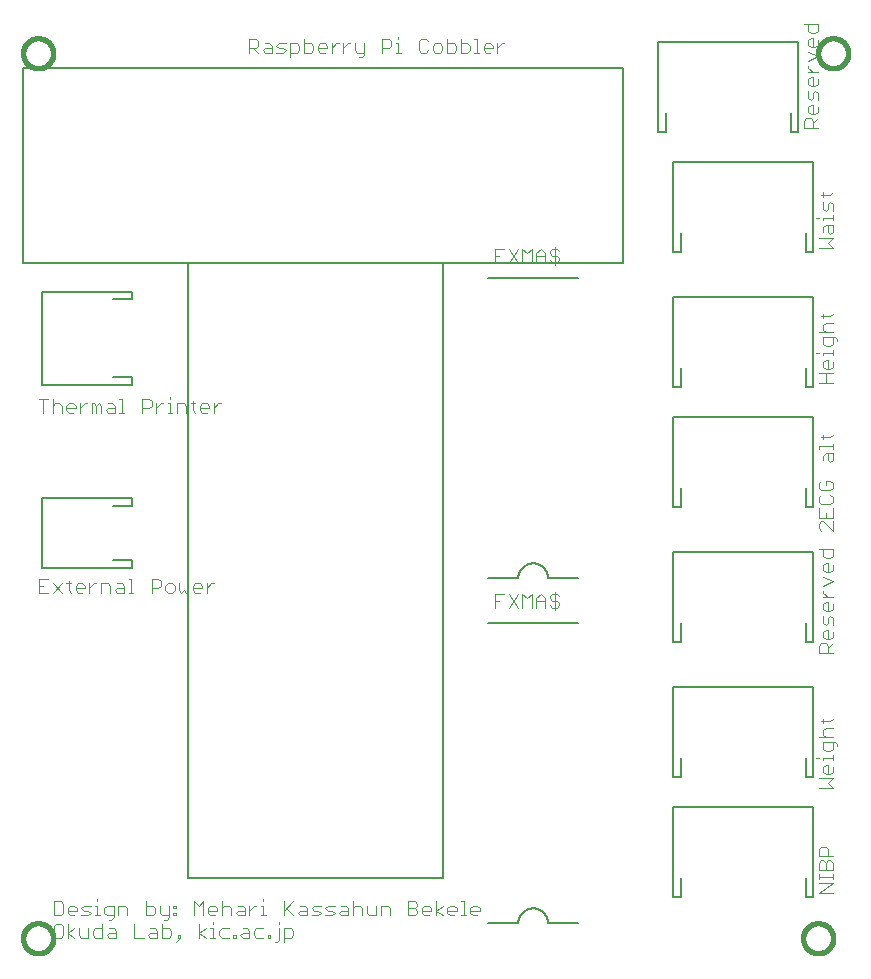
<source format=gto>
G75*
%MOIN*%
%OFA0B0*%
%FSLAX25Y25*%
%IPPOS*%
%LPD*%
%AMOC8*
5,1,8,0,0,1.08239X$1,22.5*
%
%ADD10C,0.00400*%
%ADD11C,0.01600*%
%ADD12C,0.00500*%
%ADD13C,0.00800*%
D10*
X0016200Y0011967D02*
X0016967Y0011200D01*
X0018502Y0011200D01*
X0019269Y0011967D01*
X0019269Y0015037D01*
X0018502Y0015804D01*
X0016967Y0015804D01*
X0016200Y0015037D01*
X0016200Y0011967D01*
X0020804Y0011200D02*
X0020804Y0015804D01*
X0023106Y0014269D02*
X0020804Y0012735D01*
X0023106Y0011200D01*
X0024641Y0011967D02*
X0025408Y0011200D01*
X0027710Y0011200D01*
X0027710Y0014269D01*
X0029244Y0013502D02*
X0029244Y0011967D01*
X0030012Y0011200D01*
X0032314Y0011200D01*
X0032314Y0015804D01*
X0032314Y0014269D02*
X0030012Y0014269D01*
X0029244Y0013502D01*
X0033848Y0011967D02*
X0034616Y0012735D01*
X0036918Y0012735D01*
X0036918Y0013502D02*
X0036918Y0011200D01*
X0034616Y0011200D01*
X0033848Y0011967D01*
X0034616Y0014269D02*
X0036150Y0014269D01*
X0036918Y0013502D01*
X0035383Y0017165D02*
X0036150Y0017933D01*
X0036150Y0021769D01*
X0033848Y0021769D01*
X0033081Y0021002D01*
X0033081Y0019467D01*
X0033848Y0018700D01*
X0036150Y0018700D01*
X0037685Y0018700D02*
X0037685Y0021769D01*
X0039987Y0021769D01*
X0040754Y0021002D01*
X0040754Y0018700D01*
X0043056Y0015804D02*
X0043056Y0011200D01*
X0046126Y0011200D01*
X0047660Y0011967D02*
X0048427Y0012735D01*
X0050729Y0012735D01*
X0050729Y0013502D02*
X0050729Y0011200D01*
X0048427Y0011200D01*
X0047660Y0011967D01*
X0048427Y0014269D02*
X0049962Y0014269D01*
X0050729Y0013502D01*
X0052264Y0014269D02*
X0054566Y0014269D01*
X0055333Y0013502D01*
X0055333Y0011967D01*
X0054566Y0011200D01*
X0052264Y0011200D01*
X0052264Y0015804D01*
X0053031Y0017165D02*
X0053799Y0017165D01*
X0054566Y0017933D01*
X0054566Y0021769D01*
X0056101Y0021769D02*
X0056101Y0021002D01*
X0056868Y0021002D01*
X0056868Y0021769D01*
X0056101Y0021769D01*
X0056101Y0019467D02*
X0056101Y0018700D01*
X0056868Y0018700D01*
X0056868Y0019467D01*
X0056101Y0019467D01*
X0054566Y0018700D02*
X0052264Y0018700D01*
X0051497Y0019467D01*
X0051497Y0021769D01*
X0049962Y0021002D02*
X0049195Y0021769D01*
X0046893Y0021769D01*
X0046893Y0023304D02*
X0046893Y0018700D01*
X0049195Y0018700D01*
X0049962Y0019467D01*
X0049962Y0021002D01*
X0057635Y0011967D02*
X0057635Y0011200D01*
X0058403Y0011200D01*
X0058403Y0011967D01*
X0057635Y0011967D01*
X0058403Y0011200D02*
X0056868Y0009665D01*
X0064541Y0011200D02*
X0064541Y0015804D01*
X0066843Y0014269D02*
X0064541Y0012735D01*
X0066843Y0011200D01*
X0068378Y0011200D02*
X0069912Y0011200D01*
X0069145Y0011200D02*
X0069145Y0014269D01*
X0068378Y0014269D01*
X0069145Y0015804D02*
X0069145Y0016571D01*
X0069912Y0018700D02*
X0068378Y0018700D01*
X0067610Y0019467D01*
X0067610Y0021002D01*
X0068378Y0021769D01*
X0069912Y0021769D01*
X0070680Y0021002D01*
X0070680Y0020235D01*
X0067610Y0020235D01*
X0066076Y0018700D02*
X0066076Y0023304D01*
X0064541Y0021769D01*
X0063007Y0023304D01*
X0063007Y0018700D01*
X0072214Y0018700D02*
X0072214Y0023304D01*
X0072982Y0021769D02*
X0074516Y0021769D01*
X0075284Y0021002D01*
X0075284Y0018700D01*
X0076818Y0019467D02*
X0077586Y0020235D01*
X0079888Y0020235D01*
X0079888Y0021002D02*
X0079888Y0018700D01*
X0077586Y0018700D01*
X0076818Y0019467D01*
X0077586Y0021769D02*
X0079120Y0021769D01*
X0079888Y0021002D01*
X0081422Y0021769D02*
X0081422Y0018700D01*
X0081422Y0020235D02*
X0082957Y0021769D01*
X0083724Y0021769D01*
X0085259Y0021769D02*
X0086026Y0021769D01*
X0086026Y0018700D01*
X0085259Y0018700D02*
X0086793Y0018700D01*
X0086026Y0014269D02*
X0083724Y0014269D01*
X0082957Y0013502D01*
X0082957Y0011967D01*
X0083724Y0011200D01*
X0086026Y0011200D01*
X0087561Y0011200D02*
X0088328Y0011200D01*
X0088328Y0011967D01*
X0087561Y0011967D01*
X0087561Y0011200D01*
X0089863Y0009665D02*
X0090630Y0009665D01*
X0091397Y0010433D01*
X0091397Y0014269D01*
X0091397Y0015804D02*
X0091397Y0016571D01*
X0092932Y0018700D02*
X0092932Y0023304D01*
X0093699Y0021002D02*
X0096001Y0018700D01*
X0097536Y0019467D02*
X0098303Y0020235D01*
X0100605Y0020235D01*
X0100605Y0021002D02*
X0100605Y0018700D01*
X0098303Y0018700D01*
X0097536Y0019467D01*
X0098303Y0021769D02*
X0099838Y0021769D01*
X0100605Y0021002D01*
X0102140Y0021002D02*
X0102907Y0021769D01*
X0105209Y0021769D01*
X0104442Y0020235D02*
X0102907Y0020235D01*
X0102140Y0021002D01*
X0102140Y0018700D02*
X0104442Y0018700D01*
X0105209Y0019467D01*
X0104442Y0020235D01*
X0106744Y0021002D02*
X0107511Y0021769D01*
X0109813Y0021769D01*
X0109046Y0020235D02*
X0107511Y0020235D01*
X0106744Y0021002D01*
X0106744Y0018700D02*
X0109046Y0018700D01*
X0109813Y0019467D01*
X0109046Y0020235D01*
X0111348Y0019467D02*
X0112115Y0020235D01*
X0114417Y0020235D01*
X0114417Y0021002D02*
X0114417Y0018700D01*
X0112115Y0018700D01*
X0111348Y0019467D01*
X0112115Y0021769D02*
X0113650Y0021769D01*
X0114417Y0021002D01*
X0115952Y0021002D02*
X0116719Y0021769D01*
X0118254Y0021769D01*
X0119021Y0021002D01*
X0119021Y0018700D01*
X0120556Y0019467D02*
X0121323Y0018700D01*
X0123625Y0018700D01*
X0123625Y0021769D01*
X0125160Y0021769D02*
X0127461Y0021769D01*
X0128229Y0021002D01*
X0128229Y0018700D01*
X0125160Y0018700D02*
X0125160Y0021769D01*
X0120556Y0021769D02*
X0120556Y0019467D01*
X0115952Y0018700D02*
X0115952Y0023304D01*
X0134367Y0023304D02*
X0134367Y0018700D01*
X0136669Y0018700D01*
X0137437Y0019467D01*
X0137437Y0020235D01*
X0136669Y0021002D01*
X0134367Y0021002D01*
X0134367Y0023304D02*
X0136669Y0023304D01*
X0137437Y0022537D01*
X0137437Y0021769D01*
X0136669Y0021002D01*
X0138971Y0021002D02*
X0139739Y0021769D01*
X0141273Y0021769D01*
X0142041Y0021002D01*
X0142041Y0020235D01*
X0138971Y0020235D01*
X0138971Y0021002D02*
X0138971Y0019467D01*
X0139739Y0018700D01*
X0141273Y0018700D01*
X0143575Y0018700D02*
X0143575Y0023304D01*
X0145877Y0021769D02*
X0143575Y0020235D01*
X0145877Y0018700D01*
X0147412Y0019467D02*
X0148179Y0018700D01*
X0149714Y0018700D01*
X0150481Y0020235D02*
X0147412Y0020235D01*
X0147412Y0021002D02*
X0148179Y0021769D01*
X0149714Y0021769D01*
X0150481Y0021002D01*
X0150481Y0020235D01*
X0152016Y0018700D02*
X0153550Y0018700D01*
X0152783Y0018700D02*
X0152783Y0023304D01*
X0152016Y0023304D01*
X0155085Y0021002D02*
X0155852Y0021769D01*
X0157387Y0021769D01*
X0158154Y0021002D01*
X0158154Y0020235D01*
X0155085Y0020235D01*
X0155085Y0021002D02*
X0155085Y0019467D01*
X0155852Y0018700D01*
X0157387Y0018700D01*
X0147412Y0019467D02*
X0147412Y0021002D01*
X0096001Y0023304D02*
X0092932Y0020235D01*
X0092932Y0014269D02*
X0095234Y0014269D01*
X0096001Y0013502D01*
X0096001Y0011967D01*
X0095234Y0011200D01*
X0092932Y0011200D01*
X0092932Y0009665D02*
X0092932Y0014269D01*
X0086026Y0023304D02*
X0086026Y0024071D01*
X0080655Y0014269D02*
X0079120Y0014269D01*
X0079120Y0012735D02*
X0081422Y0012735D01*
X0081422Y0013502D02*
X0081422Y0011200D01*
X0079120Y0011200D01*
X0078353Y0011967D01*
X0079120Y0012735D01*
X0080655Y0014269D02*
X0081422Y0013502D01*
X0076818Y0011967D02*
X0076818Y0011200D01*
X0076051Y0011200D01*
X0076051Y0011967D01*
X0076818Y0011967D01*
X0074516Y0011200D02*
X0072214Y0011200D01*
X0071447Y0011967D01*
X0071447Y0013502D01*
X0072214Y0014269D01*
X0074516Y0014269D01*
X0072214Y0021002D02*
X0072982Y0021769D01*
X0035383Y0017165D02*
X0034616Y0017165D01*
X0031546Y0018700D02*
X0030012Y0018700D01*
X0030779Y0018700D02*
X0030779Y0021769D01*
X0030012Y0021769D01*
X0028477Y0021769D02*
X0026175Y0021769D01*
X0025408Y0021002D01*
X0026175Y0020235D01*
X0027710Y0020235D01*
X0028477Y0019467D01*
X0027710Y0018700D01*
X0025408Y0018700D01*
X0023873Y0020235D02*
X0020804Y0020235D01*
X0020804Y0021002D02*
X0021571Y0021769D01*
X0023106Y0021769D01*
X0023873Y0021002D01*
X0023873Y0020235D01*
X0023106Y0018700D02*
X0021571Y0018700D01*
X0020804Y0019467D01*
X0020804Y0021002D01*
X0019269Y0022537D02*
X0018502Y0023304D01*
X0016200Y0023304D01*
X0016200Y0018700D01*
X0018502Y0018700D01*
X0019269Y0019467D01*
X0019269Y0022537D01*
X0024641Y0014269D02*
X0024641Y0011967D01*
X0030779Y0023304D02*
X0030779Y0024071D01*
X0031918Y0126200D02*
X0031918Y0129269D01*
X0034220Y0129269D01*
X0034987Y0128502D01*
X0034987Y0126200D01*
X0036522Y0126967D02*
X0037289Y0127735D01*
X0039591Y0127735D01*
X0039591Y0128502D02*
X0039591Y0126200D01*
X0037289Y0126200D01*
X0036522Y0126967D01*
X0037289Y0129269D02*
X0038824Y0129269D01*
X0039591Y0128502D01*
X0041126Y0130804D02*
X0041893Y0130804D01*
X0041893Y0126200D01*
X0041126Y0126200D02*
X0042660Y0126200D01*
X0048799Y0126200D02*
X0048799Y0130804D01*
X0051101Y0130804D01*
X0051868Y0130037D01*
X0051868Y0128502D01*
X0051101Y0127735D01*
X0048799Y0127735D01*
X0053403Y0128502D02*
X0053403Y0126967D01*
X0054170Y0126200D01*
X0055705Y0126200D01*
X0056472Y0126967D01*
X0056472Y0128502D01*
X0055705Y0129269D01*
X0054170Y0129269D01*
X0053403Y0128502D01*
X0058007Y0129269D02*
X0058007Y0126967D01*
X0058774Y0126200D01*
X0059541Y0126967D01*
X0060309Y0126200D01*
X0061076Y0126967D01*
X0061076Y0129269D01*
X0062610Y0128502D02*
X0063378Y0129269D01*
X0064912Y0129269D01*
X0065680Y0128502D01*
X0065680Y0127735D01*
X0062610Y0127735D01*
X0062610Y0128502D02*
X0062610Y0126967D01*
X0063378Y0126200D01*
X0064912Y0126200D01*
X0067214Y0126200D02*
X0067214Y0129269D01*
X0067214Y0127735D02*
X0068749Y0129269D01*
X0069516Y0129269D01*
X0030383Y0129269D02*
X0029616Y0129269D01*
X0028081Y0127735D01*
X0028081Y0129269D02*
X0028081Y0126200D01*
X0026546Y0127735D02*
X0023477Y0127735D01*
X0023477Y0128502D02*
X0023477Y0126967D01*
X0024244Y0126200D01*
X0025779Y0126200D01*
X0026546Y0127735D02*
X0026546Y0128502D01*
X0025779Y0129269D01*
X0024244Y0129269D01*
X0023477Y0128502D01*
X0021942Y0129269D02*
X0020408Y0129269D01*
X0021175Y0130037D02*
X0021175Y0126967D01*
X0021942Y0126200D01*
X0018873Y0126200D02*
X0015804Y0129269D01*
X0014269Y0130804D02*
X0011200Y0130804D01*
X0011200Y0126200D01*
X0014269Y0126200D01*
X0015804Y0126200D02*
X0018873Y0129269D01*
X0012735Y0128502D02*
X0011200Y0128502D01*
X0012735Y0186200D02*
X0012735Y0190804D01*
X0014269Y0190804D02*
X0011200Y0190804D01*
X0015804Y0190804D02*
X0015804Y0186200D01*
X0015804Y0188502D02*
X0016571Y0189269D01*
X0018106Y0189269D01*
X0018873Y0188502D01*
X0018873Y0186200D01*
X0020408Y0186967D02*
X0020408Y0188502D01*
X0021175Y0189269D01*
X0022710Y0189269D01*
X0023477Y0188502D01*
X0023477Y0187735D01*
X0020408Y0187735D01*
X0020408Y0186967D02*
X0021175Y0186200D01*
X0022710Y0186200D01*
X0025012Y0186200D02*
X0025012Y0189269D01*
X0025012Y0187735D02*
X0026546Y0189269D01*
X0027314Y0189269D01*
X0028848Y0189269D02*
X0028848Y0186200D01*
X0030383Y0186200D02*
X0030383Y0188502D01*
X0031150Y0189269D01*
X0031918Y0188502D01*
X0031918Y0186200D01*
X0033452Y0186967D02*
X0034220Y0187735D01*
X0036522Y0187735D01*
X0036522Y0188502D02*
X0036522Y0186200D01*
X0034220Y0186200D01*
X0033452Y0186967D01*
X0034220Y0189269D02*
X0035754Y0189269D01*
X0036522Y0188502D01*
X0038056Y0190804D02*
X0038824Y0190804D01*
X0038824Y0186200D01*
X0039591Y0186200D02*
X0038056Y0186200D01*
X0045729Y0186200D02*
X0045729Y0190804D01*
X0048031Y0190804D01*
X0048799Y0190037D01*
X0048799Y0188502D01*
X0048031Y0187735D01*
X0045729Y0187735D01*
X0050333Y0187735D02*
X0051868Y0189269D01*
X0052635Y0189269D01*
X0054170Y0189269D02*
X0054937Y0189269D01*
X0054937Y0186200D01*
X0054170Y0186200D02*
X0055705Y0186200D01*
X0057239Y0186200D02*
X0057239Y0189269D01*
X0059541Y0189269D01*
X0060309Y0188502D01*
X0060309Y0186200D01*
X0062610Y0186967D02*
X0063378Y0186200D01*
X0062610Y0186967D02*
X0062610Y0190037D01*
X0061843Y0189269D02*
X0063378Y0189269D01*
X0064912Y0188502D02*
X0065680Y0189269D01*
X0067214Y0189269D01*
X0067982Y0188502D01*
X0067982Y0187735D01*
X0064912Y0187735D01*
X0064912Y0188502D02*
X0064912Y0186967D01*
X0065680Y0186200D01*
X0067214Y0186200D01*
X0069516Y0186200D02*
X0069516Y0189269D01*
X0069516Y0187735D02*
X0071051Y0189269D01*
X0071818Y0189269D01*
X0054937Y0190804D02*
X0054937Y0191571D01*
X0050333Y0189269D02*
X0050333Y0186200D01*
X0030383Y0188502D02*
X0029616Y0189269D01*
X0028848Y0189269D01*
X0081200Y0306200D02*
X0081200Y0310804D01*
X0083502Y0310804D01*
X0084269Y0310037D01*
X0084269Y0308502D01*
X0083502Y0307735D01*
X0081200Y0307735D01*
X0082735Y0307735D02*
X0084269Y0306200D01*
X0085804Y0306967D02*
X0086571Y0307735D01*
X0088873Y0307735D01*
X0088873Y0308502D02*
X0088873Y0306200D01*
X0086571Y0306200D01*
X0085804Y0306967D01*
X0086571Y0309269D02*
X0088106Y0309269D01*
X0088873Y0308502D01*
X0090408Y0308502D02*
X0091175Y0309269D01*
X0093477Y0309269D01*
X0095012Y0309269D02*
X0095012Y0304665D01*
X0095012Y0306200D02*
X0097314Y0306200D01*
X0098081Y0306967D01*
X0098081Y0308502D01*
X0097314Y0309269D01*
X0095012Y0309269D01*
X0093477Y0306967D02*
X0092710Y0306200D01*
X0090408Y0306200D01*
X0091175Y0307735D02*
X0090408Y0308502D01*
X0091175Y0307735D02*
X0092710Y0307735D01*
X0093477Y0306967D01*
X0099616Y0306200D02*
X0101918Y0306200D01*
X0102685Y0306967D01*
X0102685Y0308502D01*
X0101918Y0309269D01*
X0099616Y0309269D01*
X0099616Y0310804D02*
X0099616Y0306200D01*
X0104220Y0306967D02*
X0104987Y0306200D01*
X0106522Y0306200D01*
X0107289Y0307735D02*
X0104220Y0307735D01*
X0104220Y0308502D02*
X0104987Y0309269D01*
X0106522Y0309269D01*
X0107289Y0308502D01*
X0107289Y0307735D01*
X0108824Y0307735D02*
X0110358Y0309269D01*
X0111126Y0309269D01*
X0112660Y0309269D02*
X0112660Y0306200D01*
X0112660Y0307735D02*
X0114195Y0309269D01*
X0114962Y0309269D01*
X0116497Y0309269D02*
X0116497Y0306967D01*
X0117264Y0306200D01*
X0119566Y0306200D01*
X0119566Y0305433D02*
X0118799Y0304665D01*
X0118031Y0304665D01*
X0119566Y0305433D02*
X0119566Y0309269D01*
X0125705Y0307735D02*
X0128007Y0307735D01*
X0128774Y0308502D01*
X0128774Y0310037D01*
X0128007Y0310804D01*
X0125705Y0310804D01*
X0125705Y0306200D01*
X0130309Y0306200D02*
X0131843Y0306200D01*
X0131076Y0306200D02*
X0131076Y0309269D01*
X0130309Y0309269D01*
X0131076Y0310804D02*
X0131076Y0311571D01*
X0137982Y0310037D02*
X0137982Y0306967D01*
X0138749Y0306200D01*
X0140284Y0306200D01*
X0141051Y0306967D01*
X0142586Y0306967D02*
X0143353Y0306200D01*
X0144888Y0306200D01*
X0145655Y0306967D01*
X0145655Y0308502D01*
X0144888Y0309269D01*
X0143353Y0309269D01*
X0142586Y0308502D01*
X0142586Y0306967D01*
X0141051Y0310037D02*
X0140284Y0310804D01*
X0138749Y0310804D01*
X0137982Y0310037D01*
X0147190Y0310804D02*
X0147190Y0306200D01*
X0149492Y0306200D01*
X0150259Y0306967D01*
X0150259Y0308502D01*
X0149492Y0309269D01*
X0147190Y0309269D01*
X0151794Y0309269D02*
X0154095Y0309269D01*
X0154863Y0308502D01*
X0154863Y0306967D01*
X0154095Y0306200D01*
X0151794Y0306200D01*
X0151794Y0310804D01*
X0156397Y0310804D02*
X0157165Y0310804D01*
X0157165Y0306200D01*
X0157932Y0306200D02*
X0156397Y0306200D01*
X0159467Y0306967D02*
X0159467Y0308502D01*
X0160234Y0309269D01*
X0161769Y0309269D01*
X0162536Y0308502D01*
X0162536Y0307735D01*
X0159467Y0307735D01*
X0159467Y0306967D02*
X0160234Y0306200D01*
X0161769Y0306200D01*
X0164071Y0306200D02*
X0164071Y0309269D01*
X0165605Y0309269D02*
X0166373Y0309269D01*
X0165605Y0309269D02*
X0164071Y0307735D01*
X0108824Y0306200D02*
X0108824Y0309269D01*
X0104220Y0308502D02*
X0104220Y0306967D01*
X0163180Y0240804D02*
X0166250Y0240804D01*
X0167784Y0240804D02*
X0170854Y0236200D01*
X0172388Y0236200D02*
X0172388Y0240804D01*
X0173923Y0239269D01*
X0175457Y0240804D01*
X0175457Y0236200D01*
X0176992Y0236200D02*
X0176992Y0239269D01*
X0178527Y0240804D01*
X0180061Y0239269D01*
X0180061Y0236200D01*
X0181596Y0236967D02*
X0182363Y0236200D01*
X0183898Y0236200D01*
X0184665Y0236967D01*
X0184665Y0237735D01*
X0183898Y0238502D01*
X0182363Y0238502D01*
X0181596Y0239269D01*
X0181596Y0240037D01*
X0182363Y0240804D01*
X0183898Y0240804D01*
X0184665Y0240037D01*
X0183131Y0241571D02*
X0183131Y0235433D01*
X0180061Y0238502D02*
X0176992Y0238502D01*
X0170854Y0240804D02*
X0167784Y0236200D01*
X0164715Y0238502D02*
X0163180Y0238502D01*
X0163180Y0236200D02*
X0163180Y0240804D01*
X0266196Y0281200D02*
X0266196Y0283502D01*
X0266963Y0284269D01*
X0268498Y0284269D01*
X0269265Y0283502D01*
X0269265Y0281200D01*
X0269265Y0282735D02*
X0270800Y0284269D01*
X0270033Y0285804D02*
X0268498Y0285804D01*
X0267731Y0286571D01*
X0267731Y0288106D01*
X0268498Y0288873D01*
X0269265Y0288873D01*
X0269265Y0285804D01*
X0270033Y0285804D02*
X0270800Y0286571D01*
X0270800Y0288106D01*
X0270800Y0290408D02*
X0270800Y0292710D01*
X0270033Y0293477D01*
X0269265Y0292710D01*
X0269265Y0291175D01*
X0268498Y0290408D01*
X0267731Y0291175D01*
X0267731Y0293477D01*
X0268498Y0295012D02*
X0267731Y0295779D01*
X0267731Y0297314D01*
X0268498Y0298081D01*
X0269265Y0298081D01*
X0269265Y0295012D01*
X0268498Y0295012D02*
X0270033Y0295012D01*
X0270800Y0295779D01*
X0270800Y0297314D01*
X0270800Y0299616D02*
X0267731Y0299616D01*
X0267731Y0301150D02*
X0267731Y0301918D01*
X0267731Y0301150D02*
X0269265Y0299616D01*
X0267731Y0303452D02*
X0270800Y0304987D01*
X0267731Y0306522D01*
X0268498Y0308056D02*
X0267731Y0308824D01*
X0267731Y0310358D01*
X0268498Y0311126D01*
X0269265Y0311126D01*
X0269265Y0308056D01*
X0268498Y0308056D02*
X0270033Y0308056D01*
X0270800Y0308824D01*
X0270800Y0310358D01*
X0270033Y0312660D02*
X0268498Y0312660D01*
X0267731Y0313427D01*
X0267731Y0315729D01*
X0266196Y0315729D02*
X0270800Y0315729D01*
X0270800Y0313427D01*
X0270033Y0312660D01*
X0270800Y0281200D02*
X0266196Y0281200D01*
X0272731Y0259616D02*
X0272731Y0258081D01*
X0271963Y0258848D02*
X0275033Y0258848D01*
X0275800Y0259616D01*
X0275033Y0256546D02*
X0274265Y0255779D01*
X0274265Y0254244D01*
X0273498Y0253477D01*
X0272731Y0254244D01*
X0272731Y0256546D01*
X0275033Y0256546D02*
X0275800Y0255779D01*
X0275800Y0253477D01*
X0275800Y0251942D02*
X0275800Y0250408D01*
X0275800Y0251175D02*
X0272731Y0251175D01*
X0272731Y0250408D01*
X0273498Y0248873D02*
X0275800Y0248873D01*
X0275800Y0246571D01*
X0275033Y0245804D01*
X0274265Y0246571D01*
X0274265Y0248873D01*
X0273498Y0248873D02*
X0272731Y0248106D01*
X0272731Y0246571D01*
X0271196Y0244269D02*
X0275800Y0244269D01*
X0274265Y0242735D01*
X0275800Y0241200D01*
X0271196Y0241200D01*
X0271196Y0251175D02*
X0270429Y0251175D01*
X0272731Y0219220D02*
X0272731Y0217685D01*
X0271963Y0218452D02*
X0275033Y0218452D01*
X0275800Y0219220D01*
X0275800Y0216150D02*
X0273498Y0216150D01*
X0272731Y0215383D01*
X0272731Y0213848D01*
X0273498Y0213081D01*
X0272731Y0211546D02*
X0272731Y0209244D01*
X0273498Y0208477D01*
X0275033Y0208477D01*
X0275800Y0209244D01*
X0275800Y0211546D01*
X0276567Y0211546D02*
X0272731Y0211546D01*
X0271196Y0213081D02*
X0275800Y0213081D01*
X0276567Y0211546D02*
X0277335Y0210779D01*
X0277335Y0210012D01*
X0275800Y0206942D02*
X0275800Y0205408D01*
X0275800Y0206175D02*
X0272731Y0206175D01*
X0272731Y0205408D01*
X0273498Y0203873D02*
X0274265Y0203873D01*
X0274265Y0200804D01*
X0273498Y0200804D02*
X0272731Y0201571D01*
X0272731Y0203106D01*
X0273498Y0203873D01*
X0275800Y0203106D02*
X0275800Y0201571D01*
X0275033Y0200804D01*
X0273498Y0200804D01*
X0273498Y0199269D02*
X0273498Y0196200D01*
X0275800Y0196200D02*
X0271196Y0196200D01*
X0271196Y0199269D02*
X0275800Y0199269D01*
X0271196Y0206175D02*
X0270429Y0206175D01*
X0272731Y0178824D02*
X0272731Y0177289D01*
X0271963Y0178056D02*
X0275033Y0178056D01*
X0275800Y0178824D01*
X0275800Y0175754D02*
X0275800Y0174220D01*
X0275800Y0174987D02*
X0271196Y0174987D01*
X0271196Y0174220D01*
X0272731Y0171918D02*
X0273498Y0172685D01*
X0275800Y0172685D01*
X0275800Y0170383D01*
X0275033Y0169616D01*
X0274265Y0170383D01*
X0274265Y0172685D01*
X0272731Y0171918D02*
X0272731Y0170383D01*
X0273498Y0163477D02*
X0273498Y0161942D01*
X0273498Y0163477D02*
X0275033Y0163477D01*
X0275800Y0162710D01*
X0275800Y0161175D01*
X0275033Y0160408D01*
X0271963Y0160408D01*
X0271196Y0161175D01*
X0271196Y0162710D01*
X0271963Y0163477D01*
X0271963Y0158873D02*
X0271196Y0158106D01*
X0271196Y0156571D01*
X0271963Y0155804D01*
X0275033Y0155804D01*
X0275800Y0156571D01*
X0275800Y0158106D01*
X0275033Y0158873D01*
X0275800Y0154269D02*
X0275800Y0151200D01*
X0271196Y0151200D01*
X0271196Y0154269D01*
X0273498Y0152735D02*
X0273498Y0151200D01*
X0272731Y0149937D02*
X0271963Y0149937D01*
X0271196Y0149170D01*
X0271196Y0147635D01*
X0271963Y0146868D01*
X0272731Y0149937D02*
X0275800Y0146868D01*
X0275800Y0149937D01*
X0275800Y0140729D02*
X0271196Y0140729D01*
X0272731Y0140729D02*
X0272731Y0138427D01*
X0273498Y0137660D01*
X0275033Y0137660D01*
X0275800Y0138427D01*
X0275800Y0140729D01*
X0274265Y0136126D02*
X0274265Y0133056D01*
X0273498Y0133056D02*
X0272731Y0133824D01*
X0272731Y0135358D01*
X0273498Y0136126D01*
X0274265Y0136126D01*
X0275800Y0135358D02*
X0275800Y0133824D01*
X0275033Y0133056D01*
X0273498Y0133056D01*
X0272731Y0131522D02*
X0275800Y0129987D01*
X0272731Y0128452D01*
X0272731Y0126918D02*
X0272731Y0126150D01*
X0274265Y0124616D01*
X0272731Y0124616D02*
X0275800Y0124616D01*
X0274265Y0123081D02*
X0274265Y0120012D01*
X0273498Y0120012D02*
X0272731Y0120779D01*
X0272731Y0122314D01*
X0273498Y0123081D01*
X0274265Y0123081D01*
X0275800Y0122314D02*
X0275800Y0120779D01*
X0275033Y0120012D01*
X0273498Y0120012D01*
X0272731Y0118477D02*
X0272731Y0116175D01*
X0273498Y0115408D01*
X0274265Y0116175D01*
X0274265Y0117710D01*
X0275033Y0118477D01*
X0275800Y0117710D01*
X0275800Y0115408D01*
X0274265Y0113873D02*
X0274265Y0110804D01*
X0273498Y0110804D02*
X0272731Y0111571D01*
X0272731Y0113106D01*
X0273498Y0113873D01*
X0274265Y0113873D01*
X0275800Y0113106D02*
X0275800Y0111571D01*
X0275033Y0110804D01*
X0273498Y0110804D01*
X0273498Y0109269D02*
X0274265Y0108502D01*
X0274265Y0106200D01*
X0274265Y0107735D02*
X0275800Y0109269D01*
X0273498Y0109269D02*
X0271963Y0109269D01*
X0271196Y0108502D01*
X0271196Y0106200D01*
X0275800Y0106200D01*
X0275800Y0084220D02*
X0275033Y0083452D01*
X0271963Y0083452D01*
X0272731Y0082685D02*
X0272731Y0084220D01*
X0273498Y0081150D02*
X0275800Y0081150D01*
X0273498Y0081150D02*
X0272731Y0080383D01*
X0272731Y0078848D01*
X0273498Y0078081D01*
X0272731Y0076546D02*
X0272731Y0074244D01*
X0273498Y0073477D01*
X0275033Y0073477D01*
X0275800Y0074244D01*
X0275800Y0076546D01*
X0276567Y0076546D02*
X0272731Y0076546D01*
X0271196Y0078081D02*
X0275800Y0078081D01*
X0276567Y0076546D02*
X0277335Y0075779D01*
X0277335Y0075012D01*
X0275800Y0071942D02*
X0275800Y0070408D01*
X0275800Y0071175D02*
X0272731Y0071175D01*
X0272731Y0070408D01*
X0273498Y0068873D02*
X0274265Y0068873D01*
X0274265Y0065804D01*
X0273498Y0065804D02*
X0272731Y0066571D01*
X0272731Y0068106D01*
X0273498Y0068873D01*
X0275800Y0068106D02*
X0275800Y0066571D01*
X0275033Y0065804D01*
X0273498Y0065804D01*
X0275800Y0064269D02*
X0271196Y0064269D01*
X0271196Y0061200D02*
X0275800Y0061200D01*
X0274265Y0062735D01*
X0275800Y0064269D01*
X0271196Y0071175D02*
X0270429Y0071175D01*
X0271963Y0041546D02*
X0271196Y0040779D01*
X0271196Y0038477D01*
X0275800Y0038477D01*
X0274265Y0038477D02*
X0274265Y0040779D01*
X0273498Y0041546D01*
X0271963Y0041546D01*
X0271963Y0036942D02*
X0271196Y0036175D01*
X0271196Y0033873D01*
X0275800Y0033873D01*
X0275800Y0036175D01*
X0275033Y0036942D01*
X0274265Y0036942D01*
X0273498Y0036175D01*
X0273498Y0033873D01*
X0273498Y0036175D02*
X0272731Y0036942D01*
X0271963Y0036942D01*
X0271196Y0032339D02*
X0271196Y0030804D01*
X0271196Y0031571D02*
X0275800Y0031571D01*
X0275800Y0030804D02*
X0275800Y0032339D01*
X0275800Y0029269D02*
X0271196Y0029269D01*
X0271196Y0026200D02*
X0275800Y0029269D01*
X0275800Y0026200D02*
X0271196Y0026200D01*
X0183131Y0120433D02*
X0183131Y0126571D01*
X0183898Y0125804D02*
X0184665Y0125037D01*
X0183898Y0125804D02*
X0182363Y0125804D01*
X0181596Y0125037D01*
X0181596Y0124269D01*
X0182363Y0123502D01*
X0183898Y0123502D01*
X0184665Y0122735D01*
X0184665Y0121967D01*
X0183898Y0121200D01*
X0182363Y0121200D01*
X0181596Y0121967D01*
X0180061Y0121200D02*
X0180061Y0124269D01*
X0178527Y0125804D01*
X0176992Y0124269D01*
X0176992Y0121200D01*
X0175457Y0121200D02*
X0175457Y0125804D01*
X0173923Y0124269D01*
X0172388Y0125804D01*
X0172388Y0121200D01*
X0170854Y0121200D02*
X0167784Y0125804D01*
X0166250Y0125804D02*
X0163180Y0125804D01*
X0163180Y0121200D01*
X0163180Y0123502D02*
X0164715Y0123502D01*
X0167784Y0121200D02*
X0170854Y0125804D01*
X0176992Y0123502D02*
X0180061Y0123502D01*
D11*
X0006000Y0011000D02*
X0006002Y0011141D01*
X0006008Y0011282D01*
X0006018Y0011422D01*
X0006032Y0011562D01*
X0006050Y0011702D01*
X0006071Y0011841D01*
X0006097Y0011980D01*
X0006126Y0012118D01*
X0006160Y0012254D01*
X0006197Y0012390D01*
X0006238Y0012525D01*
X0006283Y0012659D01*
X0006332Y0012791D01*
X0006384Y0012922D01*
X0006440Y0013051D01*
X0006500Y0013178D01*
X0006563Y0013304D01*
X0006629Y0013428D01*
X0006700Y0013551D01*
X0006773Y0013671D01*
X0006850Y0013789D01*
X0006930Y0013905D01*
X0007014Y0014018D01*
X0007100Y0014129D01*
X0007190Y0014238D01*
X0007283Y0014344D01*
X0007378Y0014447D01*
X0007477Y0014548D01*
X0007578Y0014646D01*
X0007682Y0014741D01*
X0007789Y0014833D01*
X0007898Y0014922D01*
X0008010Y0015007D01*
X0008124Y0015090D01*
X0008240Y0015170D01*
X0008359Y0015246D01*
X0008480Y0015318D01*
X0008602Y0015388D01*
X0008727Y0015453D01*
X0008853Y0015516D01*
X0008981Y0015574D01*
X0009111Y0015629D01*
X0009242Y0015681D01*
X0009375Y0015728D01*
X0009509Y0015772D01*
X0009644Y0015813D01*
X0009780Y0015849D01*
X0009917Y0015881D01*
X0010055Y0015910D01*
X0010193Y0015935D01*
X0010333Y0015955D01*
X0010473Y0015972D01*
X0010613Y0015985D01*
X0010754Y0015994D01*
X0010894Y0015999D01*
X0011035Y0016000D01*
X0011176Y0015997D01*
X0011317Y0015990D01*
X0011457Y0015979D01*
X0011597Y0015964D01*
X0011737Y0015945D01*
X0011876Y0015923D01*
X0012014Y0015896D01*
X0012152Y0015866D01*
X0012288Y0015831D01*
X0012424Y0015793D01*
X0012558Y0015751D01*
X0012692Y0015705D01*
X0012824Y0015656D01*
X0012954Y0015602D01*
X0013083Y0015545D01*
X0013210Y0015485D01*
X0013336Y0015421D01*
X0013459Y0015353D01*
X0013581Y0015282D01*
X0013701Y0015208D01*
X0013818Y0015130D01*
X0013933Y0015049D01*
X0014046Y0014965D01*
X0014157Y0014878D01*
X0014265Y0014787D01*
X0014370Y0014694D01*
X0014473Y0014597D01*
X0014573Y0014498D01*
X0014670Y0014396D01*
X0014764Y0014291D01*
X0014855Y0014184D01*
X0014943Y0014074D01*
X0015028Y0013962D01*
X0015110Y0013847D01*
X0015189Y0013730D01*
X0015264Y0013611D01*
X0015336Y0013490D01*
X0015404Y0013367D01*
X0015469Y0013242D01*
X0015531Y0013115D01*
X0015588Y0012986D01*
X0015643Y0012856D01*
X0015693Y0012725D01*
X0015740Y0012592D01*
X0015783Y0012458D01*
X0015822Y0012322D01*
X0015857Y0012186D01*
X0015889Y0012049D01*
X0015916Y0011911D01*
X0015940Y0011772D01*
X0015960Y0011632D01*
X0015976Y0011492D01*
X0015988Y0011352D01*
X0015996Y0011211D01*
X0016000Y0011070D01*
X0016000Y0010930D01*
X0015996Y0010789D01*
X0015988Y0010648D01*
X0015976Y0010508D01*
X0015960Y0010368D01*
X0015940Y0010228D01*
X0015916Y0010089D01*
X0015889Y0009951D01*
X0015857Y0009814D01*
X0015822Y0009678D01*
X0015783Y0009542D01*
X0015740Y0009408D01*
X0015693Y0009275D01*
X0015643Y0009144D01*
X0015588Y0009014D01*
X0015531Y0008885D01*
X0015469Y0008758D01*
X0015404Y0008633D01*
X0015336Y0008510D01*
X0015264Y0008389D01*
X0015189Y0008270D01*
X0015110Y0008153D01*
X0015028Y0008038D01*
X0014943Y0007926D01*
X0014855Y0007816D01*
X0014764Y0007709D01*
X0014670Y0007604D01*
X0014573Y0007502D01*
X0014473Y0007403D01*
X0014370Y0007306D01*
X0014265Y0007213D01*
X0014157Y0007122D01*
X0014046Y0007035D01*
X0013933Y0006951D01*
X0013818Y0006870D01*
X0013701Y0006792D01*
X0013581Y0006718D01*
X0013459Y0006647D01*
X0013336Y0006579D01*
X0013210Y0006515D01*
X0013083Y0006455D01*
X0012954Y0006398D01*
X0012824Y0006344D01*
X0012692Y0006295D01*
X0012558Y0006249D01*
X0012424Y0006207D01*
X0012288Y0006169D01*
X0012152Y0006134D01*
X0012014Y0006104D01*
X0011876Y0006077D01*
X0011737Y0006055D01*
X0011597Y0006036D01*
X0011457Y0006021D01*
X0011317Y0006010D01*
X0011176Y0006003D01*
X0011035Y0006000D01*
X0010894Y0006001D01*
X0010754Y0006006D01*
X0010613Y0006015D01*
X0010473Y0006028D01*
X0010333Y0006045D01*
X0010193Y0006065D01*
X0010055Y0006090D01*
X0009917Y0006119D01*
X0009780Y0006151D01*
X0009644Y0006187D01*
X0009509Y0006228D01*
X0009375Y0006272D01*
X0009242Y0006319D01*
X0009111Y0006371D01*
X0008981Y0006426D01*
X0008853Y0006484D01*
X0008727Y0006547D01*
X0008602Y0006612D01*
X0008480Y0006682D01*
X0008359Y0006754D01*
X0008240Y0006830D01*
X0008124Y0006910D01*
X0008010Y0006993D01*
X0007898Y0007078D01*
X0007789Y0007167D01*
X0007682Y0007259D01*
X0007578Y0007354D01*
X0007477Y0007452D01*
X0007378Y0007553D01*
X0007283Y0007656D01*
X0007190Y0007762D01*
X0007100Y0007871D01*
X0007014Y0007982D01*
X0006930Y0008095D01*
X0006850Y0008211D01*
X0006773Y0008329D01*
X0006700Y0008449D01*
X0006629Y0008572D01*
X0006563Y0008696D01*
X0006500Y0008822D01*
X0006440Y0008949D01*
X0006384Y0009078D01*
X0006332Y0009209D01*
X0006283Y0009341D01*
X0006238Y0009475D01*
X0006197Y0009610D01*
X0006160Y0009746D01*
X0006126Y0009882D01*
X0006097Y0010020D01*
X0006071Y0010159D01*
X0006050Y0010298D01*
X0006032Y0010438D01*
X0006018Y0010578D01*
X0006008Y0010718D01*
X0006002Y0010859D01*
X0006000Y0011000D01*
X0266000Y0011000D02*
X0266002Y0011141D01*
X0266008Y0011282D01*
X0266018Y0011422D01*
X0266032Y0011562D01*
X0266050Y0011702D01*
X0266071Y0011841D01*
X0266097Y0011980D01*
X0266126Y0012118D01*
X0266160Y0012254D01*
X0266197Y0012390D01*
X0266238Y0012525D01*
X0266283Y0012659D01*
X0266332Y0012791D01*
X0266384Y0012922D01*
X0266440Y0013051D01*
X0266500Y0013178D01*
X0266563Y0013304D01*
X0266629Y0013428D01*
X0266700Y0013551D01*
X0266773Y0013671D01*
X0266850Y0013789D01*
X0266930Y0013905D01*
X0267014Y0014018D01*
X0267100Y0014129D01*
X0267190Y0014238D01*
X0267283Y0014344D01*
X0267378Y0014447D01*
X0267477Y0014548D01*
X0267578Y0014646D01*
X0267682Y0014741D01*
X0267789Y0014833D01*
X0267898Y0014922D01*
X0268010Y0015007D01*
X0268124Y0015090D01*
X0268240Y0015170D01*
X0268359Y0015246D01*
X0268480Y0015318D01*
X0268602Y0015388D01*
X0268727Y0015453D01*
X0268853Y0015516D01*
X0268981Y0015574D01*
X0269111Y0015629D01*
X0269242Y0015681D01*
X0269375Y0015728D01*
X0269509Y0015772D01*
X0269644Y0015813D01*
X0269780Y0015849D01*
X0269917Y0015881D01*
X0270055Y0015910D01*
X0270193Y0015935D01*
X0270333Y0015955D01*
X0270473Y0015972D01*
X0270613Y0015985D01*
X0270754Y0015994D01*
X0270894Y0015999D01*
X0271035Y0016000D01*
X0271176Y0015997D01*
X0271317Y0015990D01*
X0271457Y0015979D01*
X0271597Y0015964D01*
X0271737Y0015945D01*
X0271876Y0015923D01*
X0272014Y0015896D01*
X0272152Y0015866D01*
X0272288Y0015831D01*
X0272424Y0015793D01*
X0272558Y0015751D01*
X0272692Y0015705D01*
X0272824Y0015656D01*
X0272954Y0015602D01*
X0273083Y0015545D01*
X0273210Y0015485D01*
X0273336Y0015421D01*
X0273459Y0015353D01*
X0273581Y0015282D01*
X0273701Y0015208D01*
X0273818Y0015130D01*
X0273933Y0015049D01*
X0274046Y0014965D01*
X0274157Y0014878D01*
X0274265Y0014787D01*
X0274370Y0014694D01*
X0274473Y0014597D01*
X0274573Y0014498D01*
X0274670Y0014396D01*
X0274764Y0014291D01*
X0274855Y0014184D01*
X0274943Y0014074D01*
X0275028Y0013962D01*
X0275110Y0013847D01*
X0275189Y0013730D01*
X0275264Y0013611D01*
X0275336Y0013490D01*
X0275404Y0013367D01*
X0275469Y0013242D01*
X0275531Y0013115D01*
X0275588Y0012986D01*
X0275643Y0012856D01*
X0275693Y0012725D01*
X0275740Y0012592D01*
X0275783Y0012458D01*
X0275822Y0012322D01*
X0275857Y0012186D01*
X0275889Y0012049D01*
X0275916Y0011911D01*
X0275940Y0011772D01*
X0275960Y0011632D01*
X0275976Y0011492D01*
X0275988Y0011352D01*
X0275996Y0011211D01*
X0276000Y0011070D01*
X0276000Y0010930D01*
X0275996Y0010789D01*
X0275988Y0010648D01*
X0275976Y0010508D01*
X0275960Y0010368D01*
X0275940Y0010228D01*
X0275916Y0010089D01*
X0275889Y0009951D01*
X0275857Y0009814D01*
X0275822Y0009678D01*
X0275783Y0009542D01*
X0275740Y0009408D01*
X0275693Y0009275D01*
X0275643Y0009144D01*
X0275588Y0009014D01*
X0275531Y0008885D01*
X0275469Y0008758D01*
X0275404Y0008633D01*
X0275336Y0008510D01*
X0275264Y0008389D01*
X0275189Y0008270D01*
X0275110Y0008153D01*
X0275028Y0008038D01*
X0274943Y0007926D01*
X0274855Y0007816D01*
X0274764Y0007709D01*
X0274670Y0007604D01*
X0274573Y0007502D01*
X0274473Y0007403D01*
X0274370Y0007306D01*
X0274265Y0007213D01*
X0274157Y0007122D01*
X0274046Y0007035D01*
X0273933Y0006951D01*
X0273818Y0006870D01*
X0273701Y0006792D01*
X0273581Y0006718D01*
X0273459Y0006647D01*
X0273336Y0006579D01*
X0273210Y0006515D01*
X0273083Y0006455D01*
X0272954Y0006398D01*
X0272824Y0006344D01*
X0272692Y0006295D01*
X0272558Y0006249D01*
X0272424Y0006207D01*
X0272288Y0006169D01*
X0272152Y0006134D01*
X0272014Y0006104D01*
X0271876Y0006077D01*
X0271737Y0006055D01*
X0271597Y0006036D01*
X0271457Y0006021D01*
X0271317Y0006010D01*
X0271176Y0006003D01*
X0271035Y0006000D01*
X0270894Y0006001D01*
X0270754Y0006006D01*
X0270613Y0006015D01*
X0270473Y0006028D01*
X0270333Y0006045D01*
X0270193Y0006065D01*
X0270055Y0006090D01*
X0269917Y0006119D01*
X0269780Y0006151D01*
X0269644Y0006187D01*
X0269509Y0006228D01*
X0269375Y0006272D01*
X0269242Y0006319D01*
X0269111Y0006371D01*
X0268981Y0006426D01*
X0268853Y0006484D01*
X0268727Y0006547D01*
X0268602Y0006612D01*
X0268480Y0006682D01*
X0268359Y0006754D01*
X0268240Y0006830D01*
X0268124Y0006910D01*
X0268010Y0006993D01*
X0267898Y0007078D01*
X0267789Y0007167D01*
X0267682Y0007259D01*
X0267578Y0007354D01*
X0267477Y0007452D01*
X0267378Y0007553D01*
X0267283Y0007656D01*
X0267190Y0007762D01*
X0267100Y0007871D01*
X0267014Y0007982D01*
X0266930Y0008095D01*
X0266850Y0008211D01*
X0266773Y0008329D01*
X0266700Y0008449D01*
X0266629Y0008572D01*
X0266563Y0008696D01*
X0266500Y0008822D01*
X0266440Y0008949D01*
X0266384Y0009078D01*
X0266332Y0009209D01*
X0266283Y0009341D01*
X0266238Y0009475D01*
X0266197Y0009610D01*
X0266160Y0009746D01*
X0266126Y0009882D01*
X0266097Y0010020D01*
X0266071Y0010159D01*
X0266050Y0010298D01*
X0266032Y0010438D01*
X0266018Y0010578D01*
X0266008Y0010718D01*
X0266002Y0010859D01*
X0266000Y0011000D01*
X0271000Y0306000D02*
X0271002Y0306141D01*
X0271008Y0306282D01*
X0271018Y0306422D01*
X0271032Y0306562D01*
X0271050Y0306702D01*
X0271071Y0306841D01*
X0271097Y0306980D01*
X0271126Y0307118D01*
X0271160Y0307254D01*
X0271197Y0307390D01*
X0271238Y0307525D01*
X0271283Y0307659D01*
X0271332Y0307791D01*
X0271384Y0307922D01*
X0271440Y0308051D01*
X0271500Y0308178D01*
X0271563Y0308304D01*
X0271629Y0308428D01*
X0271700Y0308551D01*
X0271773Y0308671D01*
X0271850Y0308789D01*
X0271930Y0308905D01*
X0272014Y0309018D01*
X0272100Y0309129D01*
X0272190Y0309238D01*
X0272283Y0309344D01*
X0272378Y0309447D01*
X0272477Y0309548D01*
X0272578Y0309646D01*
X0272682Y0309741D01*
X0272789Y0309833D01*
X0272898Y0309922D01*
X0273010Y0310007D01*
X0273124Y0310090D01*
X0273240Y0310170D01*
X0273359Y0310246D01*
X0273480Y0310318D01*
X0273602Y0310388D01*
X0273727Y0310453D01*
X0273853Y0310516D01*
X0273981Y0310574D01*
X0274111Y0310629D01*
X0274242Y0310681D01*
X0274375Y0310728D01*
X0274509Y0310772D01*
X0274644Y0310813D01*
X0274780Y0310849D01*
X0274917Y0310881D01*
X0275055Y0310910D01*
X0275193Y0310935D01*
X0275333Y0310955D01*
X0275473Y0310972D01*
X0275613Y0310985D01*
X0275754Y0310994D01*
X0275894Y0310999D01*
X0276035Y0311000D01*
X0276176Y0310997D01*
X0276317Y0310990D01*
X0276457Y0310979D01*
X0276597Y0310964D01*
X0276737Y0310945D01*
X0276876Y0310923D01*
X0277014Y0310896D01*
X0277152Y0310866D01*
X0277288Y0310831D01*
X0277424Y0310793D01*
X0277558Y0310751D01*
X0277692Y0310705D01*
X0277824Y0310656D01*
X0277954Y0310602D01*
X0278083Y0310545D01*
X0278210Y0310485D01*
X0278336Y0310421D01*
X0278459Y0310353D01*
X0278581Y0310282D01*
X0278701Y0310208D01*
X0278818Y0310130D01*
X0278933Y0310049D01*
X0279046Y0309965D01*
X0279157Y0309878D01*
X0279265Y0309787D01*
X0279370Y0309694D01*
X0279473Y0309597D01*
X0279573Y0309498D01*
X0279670Y0309396D01*
X0279764Y0309291D01*
X0279855Y0309184D01*
X0279943Y0309074D01*
X0280028Y0308962D01*
X0280110Y0308847D01*
X0280189Y0308730D01*
X0280264Y0308611D01*
X0280336Y0308490D01*
X0280404Y0308367D01*
X0280469Y0308242D01*
X0280531Y0308115D01*
X0280588Y0307986D01*
X0280643Y0307856D01*
X0280693Y0307725D01*
X0280740Y0307592D01*
X0280783Y0307458D01*
X0280822Y0307322D01*
X0280857Y0307186D01*
X0280889Y0307049D01*
X0280916Y0306911D01*
X0280940Y0306772D01*
X0280960Y0306632D01*
X0280976Y0306492D01*
X0280988Y0306352D01*
X0280996Y0306211D01*
X0281000Y0306070D01*
X0281000Y0305930D01*
X0280996Y0305789D01*
X0280988Y0305648D01*
X0280976Y0305508D01*
X0280960Y0305368D01*
X0280940Y0305228D01*
X0280916Y0305089D01*
X0280889Y0304951D01*
X0280857Y0304814D01*
X0280822Y0304678D01*
X0280783Y0304542D01*
X0280740Y0304408D01*
X0280693Y0304275D01*
X0280643Y0304144D01*
X0280588Y0304014D01*
X0280531Y0303885D01*
X0280469Y0303758D01*
X0280404Y0303633D01*
X0280336Y0303510D01*
X0280264Y0303389D01*
X0280189Y0303270D01*
X0280110Y0303153D01*
X0280028Y0303038D01*
X0279943Y0302926D01*
X0279855Y0302816D01*
X0279764Y0302709D01*
X0279670Y0302604D01*
X0279573Y0302502D01*
X0279473Y0302403D01*
X0279370Y0302306D01*
X0279265Y0302213D01*
X0279157Y0302122D01*
X0279046Y0302035D01*
X0278933Y0301951D01*
X0278818Y0301870D01*
X0278701Y0301792D01*
X0278581Y0301718D01*
X0278459Y0301647D01*
X0278336Y0301579D01*
X0278210Y0301515D01*
X0278083Y0301455D01*
X0277954Y0301398D01*
X0277824Y0301344D01*
X0277692Y0301295D01*
X0277558Y0301249D01*
X0277424Y0301207D01*
X0277288Y0301169D01*
X0277152Y0301134D01*
X0277014Y0301104D01*
X0276876Y0301077D01*
X0276737Y0301055D01*
X0276597Y0301036D01*
X0276457Y0301021D01*
X0276317Y0301010D01*
X0276176Y0301003D01*
X0276035Y0301000D01*
X0275894Y0301001D01*
X0275754Y0301006D01*
X0275613Y0301015D01*
X0275473Y0301028D01*
X0275333Y0301045D01*
X0275193Y0301065D01*
X0275055Y0301090D01*
X0274917Y0301119D01*
X0274780Y0301151D01*
X0274644Y0301187D01*
X0274509Y0301228D01*
X0274375Y0301272D01*
X0274242Y0301319D01*
X0274111Y0301371D01*
X0273981Y0301426D01*
X0273853Y0301484D01*
X0273727Y0301547D01*
X0273602Y0301612D01*
X0273480Y0301682D01*
X0273359Y0301754D01*
X0273240Y0301830D01*
X0273124Y0301910D01*
X0273010Y0301993D01*
X0272898Y0302078D01*
X0272789Y0302167D01*
X0272682Y0302259D01*
X0272578Y0302354D01*
X0272477Y0302452D01*
X0272378Y0302553D01*
X0272283Y0302656D01*
X0272190Y0302762D01*
X0272100Y0302871D01*
X0272014Y0302982D01*
X0271930Y0303095D01*
X0271850Y0303211D01*
X0271773Y0303329D01*
X0271700Y0303449D01*
X0271629Y0303572D01*
X0271563Y0303696D01*
X0271500Y0303822D01*
X0271440Y0303949D01*
X0271384Y0304078D01*
X0271332Y0304209D01*
X0271283Y0304341D01*
X0271238Y0304475D01*
X0271197Y0304610D01*
X0271160Y0304746D01*
X0271126Y0304882D01*
X0271097Y0305020D01*
X0271071Y0305159D01*
X0271050Y0305298D01*
X0271032Y0305438D01*
X0271018Y0305578D01*
X0271008Y0305718D01*
X0271002Y0305859D01*
X0271000Y0306000D01*
X0006000Y0306000D02*
X0006002Y0306141D01*
X0006008Y0306282D01*
X0006018Y0306422D01*
X0006032Y0306562D01*
X0006050Y0306702D01*
X0006071Y0306841D01*
X0006097Y0306980D01*
X0006126Y0307118D01*
X0006160Y0307254D01*
X0006197Y0307390D01*
X0006238Y0307525D01*
X0006283Y0307659D01*
X0006332Y0307791D01*
X0006384Y0307922D01*
X0006440Y0308051D01*
X0006500Y0308178D01*
X0006563Y0308304D01*
X0006629Y0308428D01*
X0006700Y0308551D01*
X0006773Y0308671D01*
X0006850Y0308789D01*
X0006930Y0308905D01*
X0007014Y0309018D01*
X0007100Y0309129D01*
X0007190Y0309238D01*
X0007283Y0309344D01*
X0007378Y0309447D01*
X0007477Y0309548D01*
X0007578Y0309646D01*
X0007682Y0309741D01*
X0007789Y0309833D01*
X0007898Y0309922D01*
X0008010Y0310007D01*
X0008124Y0310090D01*
X0008240Y0310170D01*
X0008359Y0310246D01*
X0008480Y0310318D01*
X0008602Y0310388D01*
X0008727Y0310453D01*
X0008853Y0310516D01*
X0008981Y0310574D01*
X0009111Y0310629D01*
X0009242Y0310681D01*
X0009375Y0310728D01*
X0009509Y0310772D01*
X0009644Y0310813D01*
X0009780Y0310849D01*
X0009917Y0310881D01*
X0010055Y0310910D01*
X0010193Y0310935D01*
X0010333Y0310955D01*
X0010473Y0310972D01*
X0010613Y0310985D01*
X0010754Y0310994D01*
X0010894Y0310999D01*
X0011035Y0311000D01*
X0011176Y0310997D01*
X0011317Y0310990D01*
X0011457Y0310979D01*
X0011597Y0310964D01*
X0011737Y0310945D01*
X0011876Y0310923D01*
X0012014Y0310896D01*
X0012152Y0310866D01*
X0012288Y0310831D01*
X0012424Y0310793D01*
X0012558Y0310751D01*
X0012692Y0310705D01*
X0012824Y0310656D01*
X0012954Y0310602D01*
X0013083Y0310545D01*
X0013210Y0310485D01*
X0013336Y0310421D01*
X0013459Y0310353D01*
X0013581Y0310282D01*
X0013701Y0310208D01*
X0013818Y0310130D01*
X0013933Y0310049D01*
X0014046Y0309965D01*
X0014157Y0309878D01*
X0014265Y0309787D01*
X0014370Y0309694D01*
X0014473Y0309597D01*
X0014573Y0309498D01*
X0014670Y0309396D01*
X0014764Y0309291D01*
X0014855Y0309184D01*
X0014943Y0309074D01*
X0015028Y0308962D01*
X0015110Y0308847D01*
X0015189Y0308730D01*
X0015264Y0308611D01*
X0015336Y0308490D01*
X0015404Y0308367D01*
X0015469Y0308242D01*
X0015531Y0308115D01*
X0015588Y0307986D01*
X0015643Y0307856D01*
X0015693Y0307725D01*
X0015740Y0307592D01*
X0015783Y0307458D01*
X0015822Y0307322D01*
X0015857Y0307186D01*
X0015889Y0307049D01*
X0015916Y0306911D01*
X0015940Y0306772D01*
X0015960Y0306632D01*
X0015976Y0306492D01*
X0015988Y0306352D01*
X0015996Y0306211D01*
X0016000Y0306070D01*
X0016000Y0305930D01*
X0015996Y0305789D01*
X0015988Y0305648D01*
X0015976Y0305508D01*
X0015960Y0305368D01*
X0015940Y0305228D01*
X0015916Y0305089D01*
X0015889Y0304951D01*
X0015857Y0304814D01*
X0015822Y0304678D01*
X0015783Y0304542D01*
X0015740Y0304408D01*
X0015693Y0304275D01*
X0015643Y0304144D01*
X0015588Y0304014D01*
X0015531Y0303885D01*
X0015469Y0303758D01*
X0015404Y0303633D01*
X0015336Y0303510D01*
X0015264Y0303389D01*
X0015189Y0303270D01*
X0015110Y0303153D01*
X0015028Y0303038D01*
X0014943Y0302926D01*
X0014855Y0302816D01*
X0014764Y0302709D01*
X0014670Y0302604D01*
X0014573Y0302502D01*
X0014473Y0302403D01*
X0014370Y0302306D01*
X0014265Y0302213D01*
X0014157Y0302122D01*
X0014046Y0302035D01*
X0013933Y0301951D01*
X0013818Y0301870D01*
X0013701Y0301792D01*
X0013581Y0301718D01*
X0013459Y0301647D01*
X0013336Y0301579D01*
X0013210Y0301515D01*
X0013083Y0301455D01*
X0012954Y0301398D01*
X0012824Y0301344D01*
X0012692Y0301295D01*
X0012558Y0301249D01*
X0012424Y0301207D01*
X0012288Y0301169D01*
X0012152Y0301134D01*
X0012014Y0301104D01*
X0011876Y0301077D01*
X0011737Y0301055D01*
X0011597Y0301036D01*
X0011457Y0301021D01*
X0011317Y0301010D01*
X0011176Y0301003D01*
X0011035Y0301000D01*
X0010894Y0301001D01*
X0010754Y0301006D01*
X0010613Y0301015D01*
X0010473Y0301028D01*
X0010333Y0301045D01*
X0010193Y0301065D01*
X0010055Y0301090D01*
X0009917Y0301119D01*
X0009780Y0301151D01*
X0009644Y0301187D01*
X0009509Y0301228D01*
X0009375Y0301272D01*
X0009242Y0301319D01*
X0009111Y0301371D01*
X0008981Y0301426D01*
X0008853Y0301484D01*
X0008727Y0301547D01*
X0008602Y0301612D01*
X0008480Y0301682D01*
X0008359Y0301754D01*
X0008240Y0301830D01*
X0008124Y0301910D01*
X0008010Y0301993D01*
X0007898Y0302078D01*
X0007789Y0302167D01*
X0007682Y0302259D01*
X0007578Y0302354D01*
X0007477Y0302452D01*
X0007378Y0302553D01*
X0007283Y0302656D01*
X0007190Y0302762D01*
X0007100Y0302871D01*
X0007014Y0302982D01*
X0006930Y0303095D01*
X0006850Y0303211D01*
X0006773Y0303329D01*
X0006700Y0303449D01*
X0006629Y0303572D01*
X0006563Y0303696D01*
X0006500Y0303822D01*
X0006440Y0303949D01*
X0006384Y0304078D01*
X0006332Y0304209D01*
X0006283Y0304341D01*
X0006238Y0304475D01*
X0006197Y0304610D01*
X0006160Y0304746D01*
X0006126Y0304882D01*
X0006097Y0305020D01*
X0006071Y0305159D01*
X0006050Y0305298D01*
X0006032Y0305438D01*
X0006018Y0305578D01*
X0006008Y0305718D01*
X0006002Y0305859D01*
X0006000Y0306000D01*
D12*
X0006000Y0301000D02*
X0006000Y0236000D01*
X0206000Y0236000D01*
X0206000Y0301000D01*
X0006000Y0301000D01*
X0061000Y0236000D02*
X0061000Y0031000D01*
X0146000Y0031000D01*
X0146000Y0236000D01*
X0061000Y0236000D01*
X0161000Y0231000D02*
X0191000Y0231000D01*
X0191000Y0131000D02*
X0181000Y0131000D01*
X0180998Y0131140D01*
X0180992Y0131280D01*
X0180982Y0131420D01*
X0180969Y0131560D01*
X0180951Y0131699D01*
X0180929Y0131838D01*
X0180904Y0131975D01*
X0180875Y0132113D01*
X0180842Y0132249D01*
X0180805Y0132384D01*
X0180764Y0132518D01*
X0180719Y0132651D01*
X0180671Y0132783D01*
X0180619Y0132913D01*
X0180564Y0133042D01*
X0180505Y0133169D01*
X0180442Y0133295D01*
X0180376Y0133419D01*
X0180307Y0133540D01*
X0180234Y0133660D01*
X0180157Y0133778D01*
X0180078Y0133893D01*
X0179995Y0134007D01*
X0179909Y0134117D01*
X0179820Y0134226D01*
X0179728Y0134332D01*
X0179633Y0134435D01*
X0179536Y0134536D01*
X0179435Y0134633D01*
X0179332Y0134728D01*
X0179226Y0134820D01*
X0179117Y0134909D01*
X0179007Y0134995D01*
X0178893Y0135078D01*
X0178778Y0135157D01*
X0178660Y0135234D01*
X0178540Y0135307D01*
X0178419Y0135376D01*
X0178295Y0135442D01*
X0178169Y0135505D01*
X0178042Y0135564D01*
X0177913Y0135619D01*
X0177783Y0135671D01*
X0177651Y0135719D01*
X0177518Y0135764D01*
X0177384Y0135805D01*
X0177249Y0135842D01*
X0177113Y0135875D01*
X0176975Y0135904D01*
X0176838Y0135929D01*
X0176699Y0135951D01*
X0176560Y0135969D01*
X0176420Y0135982D01*
X0176280Y0135992D01*
X0176140Y0135998D01*
X0176000Y0136000D01*
X0175860Y0135998D01*
X0175720Y0135992D01*
X0175580Y0135982D01*
X0175440Y0135969D01*
X0175301Y0135951D01*
X0175162Y0135929D01*
X0175025Y0135904D01*
X0174887Y0135875D01*
X0174751Y0135842D01*
X0174616Y0135805D01*
X0174482Y0135764D01*
X0174349Y0135719D01*
X0174217Y0135671D01*
X0174087Y0135619D01*
X0173958Y0135564D01*
X0173831Y0135505D01*
X0173705Y0135442D01*
X0173581Y0135376D01*
X0173460Y0135307D01*
X0173340Y0135234D01*
X0173222Y0135157D01*
X0173107Y0135078D01*
X0172993Y0134995D01*
X0172883Y0134909D01*
X0172774Y0134820D01*
X0172668Y0134728D01*
X0172565Y0134633D01*
X0172464Y0134536D01*
X0172367Y0134435D01*
X0172272Y0134332D01*
X0172180Y0134226D01*
X0172091Y0134117D01*
X0172005Y0134007D01*
X0171922Y0133893D01*
X0171843Y0133778D01*
X0171766Y0133660D01*
X0171693Y0133540D01*
X0171624Y0133419D01*
X0171558Y0133295D01*
X0171495Y0133169D01*
X0171436Y0133042D01*
X0171381Y0132913D01*
X0171329Y0132783D01*
X0171281Y0132651D01*
X0171236Y0132518D01*
X0171195Y0132384D01*
X0171158Y0132249D01*
X0171125Y0132113D01*
X0171096Y0131975D01*
X0171071Y0131838D01*
X0171049Y0131699D01*
X0171031Y0131560D01*
X0171018Y0131420D01*
X0171008Y0131280D01*
X0171002Y0131140D01*
X0171000Y0131000D01*
X0161000Y0131000D01*
X0161000Y0116000D02*
X0191000Y0116000D01*
X0191000Y0016000D02*
X0181000Y0016000D01*
X0180998Y0016140D01*
X0180992Y0016280D01*
X0180982Y0016420D01*
X0180969Y0016560D01*
X0180951Y0016699D01*
X0180929Y0016838D01*
X0180904Y0016975D01*
X0180875Y0017113D01*
X0180842Y0017249D01*
X0180805Y0017384D01*
X0180764Y0017518D01*
X0180719Y0017651D01*
X0180671Y0017783D01*
X0180619Y0017913D01*
X0180564Y0018042D01*
X0180505Y0018169D01*
X0180442Y0018295D01*
X0180376Y0018419D01*
X0180307Y0018540D01*
X0180234Y0018660D01*
X0180157Y0018778D01*
X0180078Y0018893D01*
X0179995Y0019007D01*
X0179909Y0019117D01*
X0179820Y0019226D01*
X0179728Y0019332D01*
X0179633Y0019435D01*
X0179536Y0019536D01*
X0179435Y0019633D01*
X0179332Y0019728D01*
X0179226Y0019820D01*
X0179117Y0019909D01*
X0179007Y0019995D01*
X0178893Y0020078D01*
X0178778Y0020157D01*
X0178660Y0020234D01*
X0178540Y0020307D01*
X0178419Y0020376D01*
X0178295Y0020442D01*
X0178169Y0020505D01*
X0178042Y0020564D01*
X0177913Y0020619D01*
X0177783Y0020671D01*
X0177651Y0020719D01*
X0177518Y0020764D01*
X0177384Y0020805D01*
X0177249Y0020842D01*
X0177113Y0020875D01*
X0176975Y0020904D01*
X0176838Y0020929D01*
X0176699Y0020951D01*
X0176560Y0020969D01*
X0176420Y0020982D01*
X0176280Y0020992D01*
X0176140Y0020998D01*
X0176000Y0021000D01*
X0175860Y0020998D01*
X0175720Y0020992D01*
X0175580Y0020982D01*
X0175440Y0020969D01*
X0175301Y0020951D01*
X0175162Y0020929D01*
X0175025Y0020904D01*
X0174887Y0020875D01*
X0174751Y0020842D01*
X0174616Y0020805D01*
X0174482Y0020764D01*
X0174349Y0020719D01*
X0174217Y0020671D01*
X0174087Y0020619D01*
X0173958Y0020564D01*
X0173831Y0020505D01*
X0173705Y0020442D01*
X0173581Y0020376D01*
X0173460Y0020307D01*
X0173340Y0020234D01*
X0173222Y0020157D01*
X0173107Y0020078D01*
X0172993Y0019995D01*
X0172883Y0019909D01*
X0172774Y0019820D01*
X0172668Y0019728D01*
X0172565Y0019633D01*
X0172464Y0019536D01*
X0172367Y0019435D01*
X0172272Y0019332D01*
X0172180Y0019226D01*
X0172091Y0019117D01*
X0172005Y0019007D01*
X0171922Y0018893D01*
X0171843Y0018778D01*
X0171766Y0018660D01*
X0171693Y0018540D01*
X0171624Y0018419D01*
X0171558Y0018295D01*
X0171495Y0018169D01*
X0171436Y0018042D01*
X0171381Y0017913D01*
X0171329Y0017783D01*
X0171281Y0017651D01*
X0171236Y0017518D01*
X0171195Y0017384D01*
X0171158Y0017249D01*
X0171125Y0017113D01*
X0171096Y0016975D01*
X0171071Y0016838D01*
X0171049Y0016699D01*
X0171031Y0016560D01*
X0171018Y0016420D01*
X0171008Y0016280D01*
X0171002Y0016140D01*
X0171000Y0016000D01*
X0161000Y0016000D01*
D13*
X0222575Y0024701D02*
X0225134Y0024701D01*
X0225134Y0031000D01*
X0222575Y0024701D02*
X0222575Y0054622D01*
X0269425Y0054622D01*
X0269425Y0024701D01*
X0266866Y0024701D01*
X0266866Y0031000D01*
X0266866Y0064701D02*
X0266866Y0071000D01*
X0266866Y0064701D02*
X0269425Y0064701D01*
X0269425Y0094622D01*
X0222575Y0094622D01*
X0222575Y0064701D01*
X0225134Y0064701D01*
X0225134Y0071000D01*
X0225134Y0109701D02*
X0222575Y0109701D01*
X0222575Y0139622D01*
X0269425Y0139622D01*
X0269425Y0109701D01*
X0266866Y0109701D01*
X0266866Y0116000D01*
X0266866Y0154701D02*
X0266866Y0161000D01*
X0266866Y0154701D02*
X0269425Y0154701D01*
X0269425Y0184622D01*
X0222575Y0184622D01*
X0222575Y0154701D01*
X0225134Y0154701D01*
X0225134Y0161000D01*
X0225134Y0194701D02*
X0222575Y0194701D01*
X0222575Y0224622D01*
X0269425Y0224622D01*
X0269425Y0194701D01*
X0266866Y0194701D01*
X0266866Y0201000D01*
X0266866Y0239701D02*
X0266866Y0246000D01*
X0266866Y0239701D02*
X0269425Y0239701D01*
X0269425Y0269622D01*
X0222575Y0269622D01*
X0222575Y0239701D01*
X0225134Y0239701D01*
X0225134Y0246000D01*
X0220134Y0279701D02*
X0217575Y0279701D01*
X0217575Y0309622D01*
X0264425Y0309622D01*
X0264425Y0279701D01*
X0261866Y0279701D01*
X0261866Y0286000D01*
X0220134Y0286000D02*
X0220134Y0279701D01*
X0225134Y0201000D02*
X0225134Y0194701D01*
X0225134Y0116000D02*
X0225134Y0109701D01*
X0042299Y0134386D02*
X0042299Y0136945D01*
X0036000Y0136945D01*
X0042299Y0134386D02*
X0012378Y0134386D01*
X0012378Y0157614D01*
X0042299Y0157614D01*
X0042299Y0155055D01*
X0036000Y0155055D01*
X0042299Y0195449D02*
X0012378Y0195449D01*
X0012378Y0226551D01*
X0042299Y0226551D01*
X0042299Y0223992D01*
X0036000Y0223992D01*
X0036000Y0198008D02*
X0042299Y0198008D01*
X0042299Y0195449D01*
M02*

</source>
